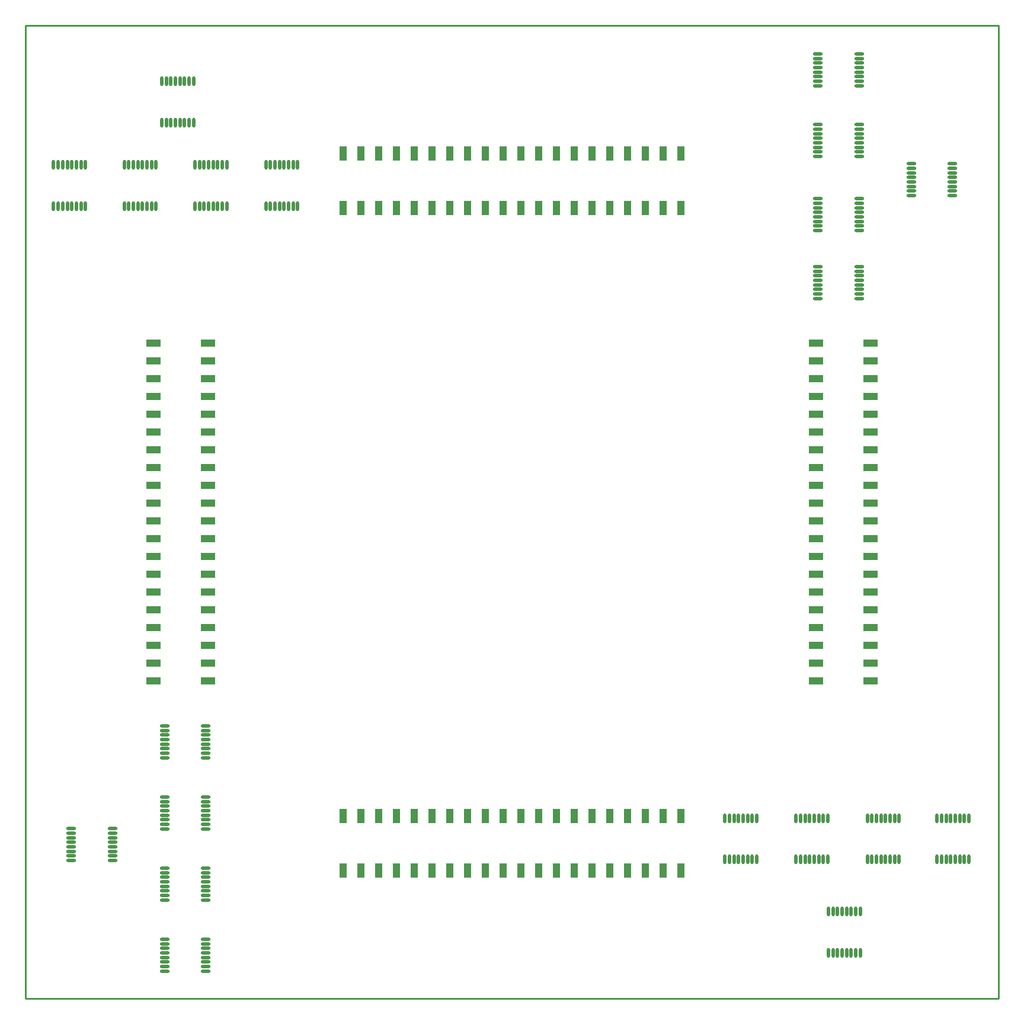
<source format=gbp>
G04 Layer_Color=128*
%FSLAX25Y25*%
%MOIN*%
G70*
G01*
G75*
%ADD10O,0.05512X0.01870*%
%ADD11O,0.01870X0.05512*%
%ADD12R,0.03937X0.07874*%
%ADD13R,0.07874X0.03937*%
%ADD17C,0.01000*%
D10*
X25886Y77793D02*
D03*
Y80352D02*
D03*
Y82911D02*
D03*
Y85470D02*
D03*
Y88030D02*
D03*
Y90589D02*
D03*
Y93148D02*
D03*
Y95707D02*
D03*
X49114Y77793D02*
D03*
Y80352D02*
D03*
Y82911D02*
D03*
Y85470D02*
D03*
Y88030D02*
D03*
Y90589D02*
D03*
Y93148D02*
D03*
Y95707D02*
D03*
X498386Y451793D02*
D03*
Y454352D02*
D03*
Y456911D02*
D03*
Y459470D02*
D03*
Y462030D02*
D03*
Y464589D02*
D03*
Y467148D02*
D03*
Y469707D02*
D03*
X521614Y451793D02*
D03*
Y454352D02*
D03*
Y456911D02*
D03*
Y459470D02*
D03*
Y462030D02*
D03*
Y464589D02*
D03*
Y467148D02*
D03*
Y469707D02*
D03*
X101614Y73457D02*
D03*
Y70898D02*
D03*
Y68339D02*
D03*
Y65780D02*
D03*
Y63220D02*
D03*
Y60661D02*
D03*
Y58102D02*
D03*
Y55543D02*
D03*
X78386Y73457D02*
D03*
Y70898D02*
D03*
Y68339D02*
D03*
Y65780D02*
D03*
Y63220D02*
D03*
Y60661D02*
D03*
Y58102D02*
D03*
Y55543D02*
D03*
X101614Y113457D02*
D03*
Y110898D02*
D03*
Y108339D02*
D03*
Y105780D02*
D03*
Y103220D02*
D03*
Y100661D02*
D03*
Y98102D02*
D03*
Y95543D02*
D03*
X78386Y113457D02*
D03*
Y110898D02*
D03*
Y108339D02*
D03*
Y105780D02*
D03*
Y103220D02*
D03*
Y100661D02*
D03*
Y98102D02*
D03*
Y95543D02*
D03*
X101614Y153457D02*
D03*
Y150898D02*
D03*
Y148339D02*
D03*
Y145780D02*
D03*
Y143220D02*
D03*
Y140661D02*
D03*
Y138102D02*
D03*
Y135543D02*
D03*
X78386Y153457D02*
D03*
Y150898D02*
D03*
Y148339D02*
D03*
Y145780D02*
D03*
Y143220D02*
D03*
Y140661D02*
D03*
Y138102D02*
D03*
Y135543D02*
D03*
X445886Y432143D02*
D03*
Y434702D02*
D03*
Y437261D02*
D03*
Y439820D02*
D03*
Y442380D02*
D03*
Y444939D02*
D03*
Y447498D02*
D03*
Y450057D02*
D03*
X469114Y432143D02*
D03*
Y434702D02*
D03*
Y437261D02*
D03*
Y439820D02*
D03*
Y442380D02*
D03*
Y444939D02*
D03*
Y447498D02*
D03*
Y450057D02*
D03*
X445886Y393843D02*
D03*
Y396402D02*
D03*
Y398961D02*
D03*
Y401520D02*
D03*
Y404080D02*
D03*
Y406639D02*
D03*
Y409198D02*
D03*
Y411757D02*
D03*
X469114Y393843D02*
D03*
Y396402D02*
D03*
Y398961D02*
D03*
Y401520D02*
D03*
Y404080D02*
D03*
Y406639D02*
D03*
Y409198D02*
D03*
Y411757D02*
D03*
X445886Y513543D02*
D03*
Y516102D02*
D03*
Y518661D02*
D03*
Y521220D02*
D03*
Y523780D02*
D03*
Y526339D02*
D03*
Y528898D02*
D03*
Y531457D02*
D03*
X469114Y513543D02*
D03*
Y516102D02*
D03*
Y518661D02*
D03*
Y521220D02*
D03*
Y523780D02*
D03*
Y526339D02*
D03*
Y528898D02*
D03*
Y531457D02*
D03*
X445886Y473743D02*
D03*
Y476302D02*
D03*
Y478861D02*
D03*
Y481420D02*
D03*
Y483980D02*
D03*
Y486539D02*
D03*
Y489098D02*
D03*
Y491657D02*
D03*
X469114Y473743D02*
D03*
Y476302D02*
D03*
Y478861D02*
D03*
Y481420D02*
D03*
Y483980D02*
D03*
Y486539D02*
D03*
Y489098D02*
D03*
Y491657D02*
D03*
X101614Y33457D02*
D03*
Y30898D02*
D03*
Y28339D02*
D03*
Y25780D02*
D03*
Y23220D02*
D03*
Y20661D02*
D03*
Y18102D02*
D03*
Y15543D02*
D03*
X78386Y33457D02*
D03*
Y30898D02*
D03*
Y28339D02*
D03*
Y25780D02*
D03*
Y23220D02*
D03*
Y20661D02*
D03*
Y18102D02*
D03*
Y15543D02*
D03*
D11*
X451793Y49114D02*
D03*
X454352D02*
D03*
X456911D02*
D03*
X459470D02*
D03*
X462030D02*
D03*
X464589D02*
D03*
X467148D02*
D03*
X469707D02*
D03*
X451793Y25886D02*
D03*
X454352D02*
D03*
X456911D02*
D03*
X459470D02*
D03*
X462030D02*
D03*
X464589D02*
D03*
X467148D02*
D03*
X469707D02*
D03*
X76793Y516114D02*
D03*
X79352D02*
D03*
X81911D02*
D03*
X84470D02*
D03*
X87030D02*
D03*
X89589D02*
D03*
X92148D02*
D03*
X94707D02*
D03*
X76793Y492886D02*
D03*
X79352D02*
D03*
X81911D02*
D03*
X84470D02*
D03*
X87030D02*
D03*
X89589D02*
D03*
X92148D02*
D03*
X94707D02*
D03*
X113357Y445886D02*
D03*
X110798D02*
D03*
X108239D02*
D03*
X105680D02*
D03*
X103120D02*
D03*
X100561D02*
D03*
X98002D02*
D03*
X95443D02*
D03*
X113357Y469114D02*
D03*
X110798D02*
D03*
X108239D02*
D03*
X105680D02*
D03*
X103120D02*
D03*
X100561D02*
D03*
X98002D02*
D03*
X95443D02*
D03*
X33857Y445886D02*
D03*
X31298D02*
D03*
X28739D02*
D03*
X26180D02*
D03*
X23620D02*
D03*
X21061D02*
D03*
X18502D02*
D03*
X15943D02*
D03*
X33857Y469114D02*
D03*
X31298D02*
D03*
X28739D02*
D03*
X26180D02*
D03*
X23620D02*
D03*
X21061D02*
D03*
X18502D02*
D03*
X15943D02*
D03*
X512843Y101614D02*
D03*
X515402D02*
D03*
X517961D02*
D03*
X520520D02*
D03*
X523080D02*
D03*
X525639D02*
D03*
X528198D02*
D03*
X530757D02*
D03*
X512843Y78386D02*
D03*
X515402D02*
D03*
X517961D02*
D03*
X520520D02*
D03*
X523080D02*
D03*
X525639D02*
D03*
X528198D02*
D03*
X530757D02*
D03*
X473643Y101614D02*
D03*
X476202D02*
D03*
X478761D02*
D03*
X481320D02*
D03*
X483880D02*
D03*
X486439D02*
D03*
X488998D02*
D03*
X491557D02*
D03*
X473643Y78386D02*
D03*
X476202D02*
D03*
X478761D02*
D03*
X481320D02*
D03*
X483880D02*
D03*
X486439D02*
D03*
X488998D02*
D03*
X491557D02*
D03*
X433543Y101614D02*
D03*
X436102D02*
D03*
X438661D02*
D03*
X441220D02*
D03*
X443780D02*
D03*
X446339D02*
D03*
X448898D02*
D03*
X451457D02*
D03*
X433543Y78386D02*
D03*
X436102D02*
D03*
X438661D02*
D03*
X441220D02*
D03*
X443780D02*
D03*
X446339D02*
D03*
X448898D02*
D03*
X451457D02*
D03*
X393543Y101614D02*
D03*
X396102D02*
D03*
X398661D02*
D03*
X401220D02*
D03*
X403780D02*
D03*
X406339D02*
D03*
X408898D02*
D03*
X411457D02*
D03*
X393543Y78386D02*
D03*
X396102D02*
D03*
X398661D02*
D03*
X401220D02*
D03*
X403780D02*
D03*
X406339D02*
D03*
X408898D02*
D03*
X411457D02*
D03*
X73557Y445886D02*
D03*
X70998D02*
D03*
X68439D02*
D03*
X65880D02*
D03*
X63320D02*
D03*
X60761D02*
D03*
X58202D02*
D03*
X55643D02*
D03*
X73557Y469114D02*
D03*
X70998D02*
D03*
X68439D02*
D03*
X65880D02*
D03*
X63320D02*
D03*
X60761D02*
D03*
X58202D02*
D03*
X55643D02*
D03*
X153257Y445886D02*
D03*
X150698D02*
D03*
X148139D02*
D03*
X145580D02*
D03*
X143020D02*
D03*
X140461D02*
D03*
X137902D02*
D03*
X135343D02*
D03*
X153257Y469114D02*
D03*
X150698D02*
D03*
X148139D02*
D03*
X145580D02*
D03*
X143020D02*
D03*
X140461D02*
D03*
X137902D02*
D03*
X135343D02*
D03*
D12*
X328750Y475354D02*
D03*
X348750D02*
D03*
X358750D02*
D03*
X368750D02*
D03*
X338750D02*
D03*
X288750D02*
D03*
X318750D02*
D03*
X308750D02*
D03*
X298750D02*
D03*
X278750D02*
D03*
X238750D02*
D03*
X268750D02*
D03*
X258750D02*
D03*
X248750D02*
D03*
X228750D02*
D03*
X188750D02*
D03*
X218750D02*
D03*
X208750D02*
D03*
X198750D02*
D03*
X178750D02*
D03*
Y444646D02*
D03*
X198750D02*
D03*
X208750D02*
D03*
X218750D02*
D03*
X188750D02*
D03*
X228750D02*
D03*
X248750D02*
D03*
X258750D02*
D03*
X268750D02*
D03*
X238750D02*
D03*
X278750D02*
D03*
X298750D02*
D03*
X308750D02*
D03*
X318750D02*
D03*
X288750D02*
D03*
X338750D02*
D03*
X368750D02*
D03*
X358750D02*
D03*
X348750D02*
D03*
X328750D02*
D03*
X218750Y72146D02*
D03*
X198750D02*
D03*
X188750D02*
D03*
X178750D02*
D03*
X208750D02*
D03*
X258750D02*
D03*
X228750D02*
D03*
X238750D02*
D03*
X248750D02*
D03*
X268750D02*
D03*
X308750D02*
D03*
X278750D02*
D03*
X288750D02*
D03*
X298750D02*
D03*
X318750D02*
D03*
X358750D02*
D03*
X328750D02*
D03*
X338750D02*
D03*
X348750D02*
D03*
X368750D02*
D03*
Y102854D02*
D03*
X348750D02*
D03*
X338750D02*
D03*
X328750D02*
D03*
X358750D02*
D03*
X318750D02*
D03*
X298750D02*
D03*
X288750D02*
D03*
X278750D02*
D03*
X308750D02*
D03*
X268750D02*
D03*
X248750D02*
D03*
X238750D02*
D03*
X228750D02*
D03*
X258750D02*
D03*
X208750D02*
D03*
X178750D02*
D03*
X188750D02*
D03*
X198750D02*
D03*
X218750D02*
D03*
D13*
X72146Y328750D02*
D03*
Y348750D02*
D03*
Y358750D02*
D03*
Y368750D02*
D03*
Y338750D02*
D03*
Y288750D02*
D03*
Y318750D02*
D03*
Y308750D02*
D03*
Y298750D02*
D03*
Y278750D02*
D03*
Y238750D02*
D03*
Y268750D02*
D03*
Y258750D02*
D03*
Y248750D02*
D03*
Y228750D02*
D03*
Y188750D02*
D03*
Y218750D02*
D03*
Y208750D02*
D03*
Y198750D02*
D03*
Y178750D02*
D03*
X102854D02*
D03*
Y198750D02*
D03*
Y208750D02*
D03*
Y218750D02*
D03*
Y188750D02*
D03*
Y228750D02*
D03*
Y248750D02*
D03*
Y258750D02*
D03*
Y268750D02*
D03*
Y238750D02*
D03*
Y278750D02*
D03*
Y298750D02*
D03*
Y308750D02*
D03*
Y318750D02*
D03*
Y288750D02*
D03*
Y338750D02*
D03*
Y368750D02*
D03*
Y358750D02*
D03*
Y348750D02*
D03*
Y328750D02*
D03*
X475354Y218750D02*
D03*
Y198750D02*
D03*
Y188750D02*
D03*
Y178750D02*
D03*
Y208750D02*
D03*
Y258750D02*
D03*
Y228750D02*
D03*
Y238750D02*
D03*
Y248750D02*
D03*
Y268750D02*
D03*
Y308750D02*
D03*
Y278750D02*
D03*
Y288750D02*
D03*
Y298750D02*
D03*
Y318750D02*
D03*
Y358750D02*
D03*
Y328750D02*
D03*
Y338750D02*
D03*
Y348750D02*
D03*
Y368750D02*
D03*
X444646D02*
D03*
Y348750D02*
D03*
Y338750D02*
D03*
Y328750D02*
D03*
Y358750D02*
D03*
Y318750D02*
D03*
Y298750D02*
D03*
Y288750D02*
D03*
Y278750D02*
D03*
Y308750D02*
D03*
Y268750D02*
D03*
Y248750D02*
D03*
Y238750D02*
D03*
Y228750D02*
D03*
Y258750D02*
D03*
Y208750D02*
D03*
Y178750D02*
D03*
Y188750D02*
D03*
Y198750D02*
D03*
Y218750D02*
D03*
D17*
X0Y0D02*
X547500D01*
Y547500D01*
X0D02*
X547500D01*
X0Y0D02*
Y547500D01*
M02*

</source>
